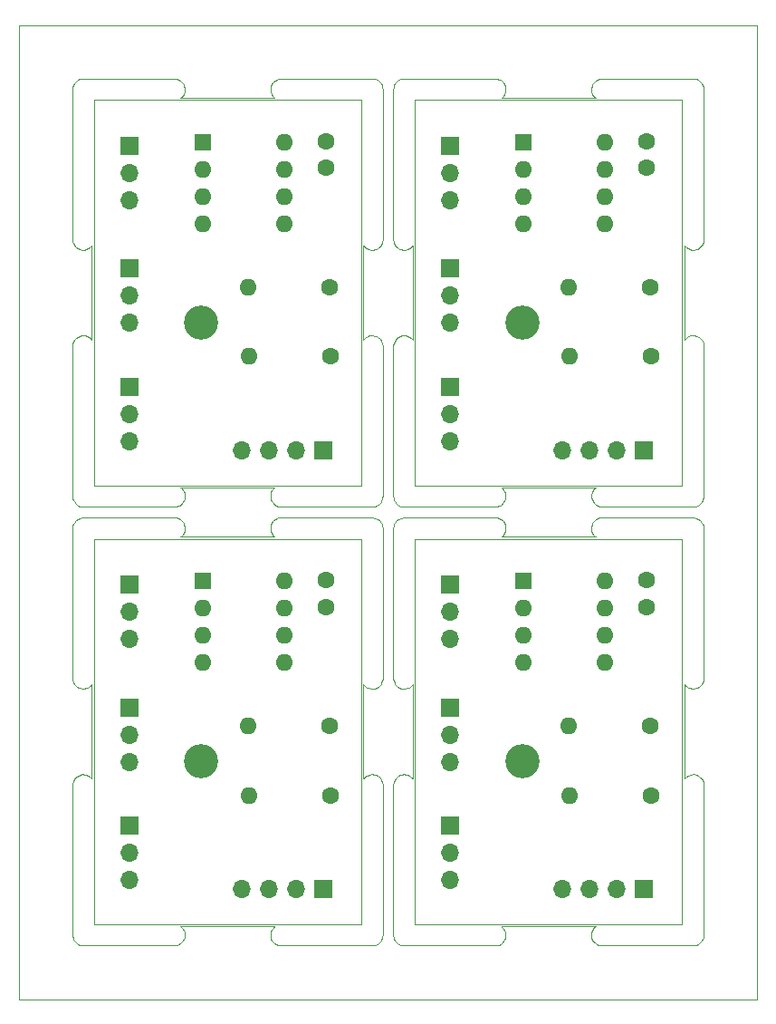
<source format=gbr>
%TF.GenerationSoftware,KiCad,Pcbnew,9.0.0*%
%TF.CreationDate,2025-03-16T20:58:48+01:00*%
%TF.ProjectId,eeprom_i2c_panel,65657072-6f6d-45f6-9932-635f70616e65,1.1*%
%TF.SameCoordinates,PX6cb8080PY1312d00*%
%TF.FileFunction,Soldermask,Bot*%
%TF.FilePolarity,Negative*%
%FSLAX46Y46*%
G04 Gerber Fmt 4.6, Leading zero omitted, Abs format (unit mm)*
G04 Created by KiCad (PCBNEW 9.0.0) date 2025-03-16 20:58:48*
%MOMM*%
%LPD*%
G01*
G04 APERTURE LIST*
%ADD10C,1.600000*%
%ADD11O,1.600000X1.600000*%
%ADD12R,1.600000X1.600000*%
%ADD13R,1.700000X1.700000*%
%ADD14O,1.700000X1.700000*%
%ADD15C,3.200000*%
%TA.AperFunction,Profile*%
%ADD16C,0.100000*%
%TD*%
G04 APERTURE END LIST*
D10*
%TO.C,R2*%
X29010000Y-65500000D03*
D11*
X21390000Y-65500000D03*
%TD*%
D10*
%TO.C,R1*%
X29120000Y-30950000D03*
D11*
X21500000Y-30950000D03*
%TD*%
D12*
%TO.C,U1*%
X17200000Y-51910000D03*
D11*
X17200000Y-54450000D03*
X17200000Y-56990000D03*
X17200000Y-59530000D03*
X24820000Y-59530000D03*
X24820000Y-56990000D03*
X24820000Y-54450000D03*
X24820000Y-51910000D03*
%TD*%
D13*
%TO.C,J3*%
X40300000Y-74770000D03*
D14*
X40300000Y-77310000D03*
X40300000Y-79850000D03*
%TD*%
D10*
%TO.C,R2*%
X29010000Y-24500000D03*
D11*
X21390000Y-24500000D03*
%TD*%
D10*
%TO.C,C1*%
X28700000Y-51850000D03*
X28700000Y-54350000D03*
%TD*%
D13*
%TO.C,J1*%
X40300000Y-11270000D03*
D14*
X40300000Y-13810000D03*
X40300000Y-16350000D03*
%TD*%
D13*
%TO.C,J4*%
X58440000Y-39750000D03*
D14*
X55900000Y-39750000D03*
X53360000Y-39750000D03*
X50820000Y-39750000D03*
%TD*%
D10*
%TO.C,R1*%
X59120000Y-30950000D03*
D11*
X51500000Y-30950000D03*
%TD*%
D15*
%TO.C,H1*%
X47050000Y-68800000D03*
%TD*%
D13*
%TO.C,J2*%
X40300000Y-63755000D03*
D14*
X40300000Y-66295000D03*
X40300000Y-68835000D03*
%TD*%
D13*
%TO.C,J2*%
X10300000Y-22755000D03*
D14*
X10300000Y-25295000D03*
X10300000Y-27835000D03*
%TD*%
D15*
%TO.C,H1*%
X17050000Y-27800000D03*
%TD*%
D10*
%TO.C,R2*%
X59010000Y-65500000D03*
D11*
X51390000Y-65500000D03*
%TD*%
D13*
%TO.C,J2*%
X40300000Y-22755000D03*
D14*
X40300000Y-25295000D03*
X40300000Y-27835000D03*
%TD*%
D10*
%TO.C,R1*%
X59120000Y-71950000D03*
D11*
X51500000Y-71950000D03*
%TD*%
D12*
%TO.C,U1*%
X17200000Y-10910000D03*
D11*
X17200000Y-13450000D03*
X17200000Y-15990000D03*
X17200000Y-18530000D03*
X24820000Y-18530000D03*
X24820000Y-15990000D03*
X24820000Y-13450000D03*
X24820000Y-10910000D03*
%TD*%
D10*
%TO.C,C1*%
X28700000Y-10850000D03*
X28700000Y-13350000D03*
%TD*%
D13*
%TO.C,J1*%
X40300000Y-52270000D03*
D14*
X40300000Y-54810000D03*
X40300000Y-57350000D03*
%TD*%
D13*
%TO.C,J4*%
X28440000Y-80750000D03*
D14*
X25900000Y-80750000D03*
X23360000Y-80750000D03*
X20820000Y-80750000D03*
%TD*%
D15*
%TO.C,H1*%
X47050000Y-27800000D03*
%TD*%
%TO.C,H1*%
X17050000Y-68800000D03*
%TD*%
D13*
%TO.C,J2*%
X10300000Y-63755000D03*
D14*
X10300000Y-66295000D03*
X10300000Y-68835000D03*
%TD*%
D12*
%TO.C,U1*%
X47200000Y-51910000D03*
D11*
X47200000Y-54450000D03*
X47200000Y-56990000D03*
X47200000Y-59530000D03*
X54820000Y-59530000D03*
X54820000Y-56990000D03*
X54820000Y-54450000D03*
X54820000Y-51910000D03*
%TD*%
D10*
%TO.C,R2*%
X59010000Y-24500000D03*
D11*
X51390000Y-24500000D03*
%TD*%
D13*
%TO.C,J4*%
X58440000Y-80750000D03*
D14*
X55900000Y-80750000D03*
X53360000Y-80750000D03*
X50820000Y-80750000D03*
%TD*%
D10*
%TO.C,R1*%
X29120000Y-71950000D03*
D11*
X21500000Y-71950000D03*
%TD*%
D10*
%TO.C,C1*%
X58700000Y-10850000D03*
X58700000Y-13350000D03*
%TD*%
D13*
%TO.C,J4*%
X28440000Y-39750000D03*
D14*
X25900000Y-39750000D03*
X23360000Y-39750000D03*
X20820000Y-39750000D03*
%TD*%
D13*
%TO.C,J3*%
X40300000Y-33770000D03*
D14*
X40300000Y-36310000D03*
X40300000Y-38850000D03*
%TD*%
D13*
%TO.C,J3*%
X10300000Y-74770000D03*
D14*
X10300000Y-77310000D03*
X10300000Y-79850000D03*
%TD*%
D12*
%TO.C,U1*%
X47200000Y-10910000D03*
D11*
X47200000Y-13450000D03*
X47200000Y-15990000D03*
X47200000Y-18530000D03*
X54820000Y-18530000D03*
X54820000Y-15990000D03*
X54820000Y-13450000D03*
X54820000Y-10910000D03*
%TD*%
D13*
%TO.C,J3*%
X10300000Y-33770000D03*
D14*
X10300000Y-36310000D03*
X10300000Y-38850000D03*
%TD*%
D10*
%TO.C,C1*%
X58700000Y-51850000D03*
X58700000Y-54350000D03*
%TD*%
D13*
%TO.C,J1*%
X10300000Y-52270000D03*
D14*
X10300000Y-54810000D03*
X10300000Y-57350000D03*
%TD*%
D13*
%TO.C,J1*%
X10300000Y-11270000D03*
D14*
X10300000Y-13810000D03*
X10300000Y-16350000D03*
%TD*%
D16*
X34000000Y-46999012D02*
X33998796Y-61050018D01*
X14883300Y-44923955D02*
X14743737Y-44970060D01*
X33970060Y-5756262D02*
X34000000Y-5999012D01*
X36147583Y-70010812D02*
X36337552Y-70058397D01*
X15171887Y-6741209D02*
X15092617Y-6800000D01*
X23726762Y-46365241D02*
X23828112Y-46258790D01*
X35000000Y-44000987D02*
X35001203Y-29949981D01*
X63803404Y-20596103D02*
X63707399Y-20707399D01*
X63514588Y-70142129D02*
X63707399Y-70292600D01*
X33989187Y-44147583D02*
X33956983Y-44290994D01*
X23501203Y-47050018D02*
X23510812Y-46852416D01*
X33707399Y-61707399D02*
X33596103Y-61803404D01*
X45489187Y-84852416D02*
X45500000Y-84999012D01*
X45404085Y-6428127D02*
X45303404Y-6596103D01*
X62226762Y-20634758D02*
X62200000Y-20594705D01*
X53696595Y-5403896D02*
X53828112Y-5258790D01*
X23617960Y-46528074D02*
X23726762Y-46365241D01*
X63904085Y-61428127D02*
X63803404Y-61596103D01*
X33707399Y-85707399D02*
X33514588Y-85857870D01*
X5949981Y-46001203D02*
X14550018Y-46001203D01*
X5365241Y-20773237D02*
X5258790Y-20671887D01*
X63970060Y-61243737D02*
X63904085Y-61428127D01*
X45404085Y-47428127D02*
X45303404Y-47596103D01*
X62000000Y-84000000D02*
X37000000Y-84000000D01*
X45404085Y-43571872D02*
X45456983Y-43709005D01*
X63882039Y-70528074D02*
X63970060Y-70756262D01*
X23510812Y-85147583D02*
X23500000Y-84999012D01*
X32365241Y-61773237D02*
X32226762Y-61634758D01*
X63050018Y-5001203D02*
X63290994Y-5043016D01*
X33428127Y-29095914D02*
X33556014Y-29168362D01*
X23696595Y-47596103D02*
X23595914Y-47428127D01*
X5709005Y-61956983D02*
X5571872Y-61904085D01*
X7000000Y-84000000D02*
X7000000Y-48000000D01*
X34000000Y-85000987D02*
X33989187Y-85147583D01*
X33831637Y-44556014D02*
X33671887Y-44741209D01*
X45489187Y-5852416D02*
X45498796Y-6050018D01*
X32571872Y-29095914D02*
X32804104Y-29019195D01*
X54352416Y-85989187D02*
X54162447Y-85941602D01*
X5485411Y-46142129D02*
X5709005Y-46043016D01*
X5709005Y-44956983D02*
X5485411Y-44857870D01*
X53501203Y-47050018D02*
X53510812Y-46852416D01*
X35901080Y-61995189D02*
X35756262Y-61970060D01*
X63098919Y-20995189D02*
X62901080Y-20995189D01*
X35571872Y-20904085D02*
X35403896Y-20803404D01*
X6800598Y-29400801D02*
X6800363Y-20594161D01*
X34000000Y-70999012D02*
X34000000Y-85000987D01*
X32528074Y-20882039D02*
X32365241Y-20773237D01*
X53595914Y-84571872D02*
X53668362Y-84443985D01*
X63803404Y-70403896D02*
X63882039Y-70528074D01*
X5076044Y-61383300D02*
X5019195Y-61195895D01*
X35949981Y-5001203D02*
X44550018Y-5001203D01*
X45500000Y-43999012D02*
X45489187Y-44147583D01*
X35076044Y-85383300D02*
X35029939Y-85243737D01*
X15489187Y-44147583D02*
X15456983Y-44290994D01*
X6000987Y-29000000D02*
X6147583Y-29010812D01*
X53558397Y-5662447D02*
X53617960Y-5528074D01*
X33904085Y-44428127D02*
X33831637Y-44556014D01*
X23558397Y-84662447D02*
X23642129Y-84485411D01*
X5001203Y-20050018D02*
X5000000Y-5999012D01*
X54449981Y-5001203D02*
X63050018Y-5001203D01*
X33556014Y-70168362D02*
X33741209Y-70328112D01*
X33514588Y-5142129D02*
X33707399Y-5292600D01*
X62528074Y-61882039D02*
X62365241Y-61773237D01*
X63050018Y-85998796D02*
X54499012Y-86000000D01*
X23558397Y-85337552D02*
X23510812Y-85147583D01*
X33428127Y-61904085D02*
X33243737Y-61970060D01*
X53696595Y-47596103D02*
X53595914Y-47428127D01*
X54256262Y-46029939D02*
X54449981Y-46001203D01*
X35076044Y-46616699D02*
X35142129Y-46485411D01*
X15092617Y-47800000D02*
X23907382Y-47800000D01*
X23642129Y-43485411D02*
X23758790Y-43328112D01*
X53828112Y-85741209D02*
X53696595Y-85596103D01*
X32709005Y-61956983D02*
X32528074Y-61882039D01*
X53943985Y-5168362D02*
X54116699Y-5076044D01*
X33970060Y-70756262D02*
X34000000Y-70999012D01*
X45404085Y-44428127D02*
X45331637Y-44556014D01*
X53529939Y-6243737D02*
X53501203Y-6050018D01*
X5756262Y-70029939D02*
X5949981Y-70001203D01*
X63803404Y-61596103D02*
X63707399Y-61707399D01*
X6337552Y-29058397D02*
X6514588Y-29142129D01*
X53510812Y-5852416D02*
X53558397Y-5662447D01*
X23500000Y-43999012D02*
X23510812Y-43852416D01*
X45171887Y-47741209D02*
X45092617Y-47800000D01*
X14790994Y-85956983D02*
X14647583Y-85989187D01*
X62365241Y-20773237D02*
X62226762Y-20634758D01*
X63050018Y-44998796D02*
X54449981Y-44998796D01*
X33707399Y-5292600D02*
X33857870Y-5485411D01*
X15456983Y-44290994D02*
X15404085Y-44428127D01*
X1245Y-270D02*
X481Y-90999345D01*
X33471925Y-44882039D02*
X33243737Y-44970060D01*
X45171887Y-6741209D02*
X45092617Y-6800000D01*
X35076044Y-20383300D02*
X35019195Y-20195895D01*
X481Y-90999345D02*
X68999345Y-90999518D01*
X63514588Y-85857870D02*
X63290994Y-85956983D01*
X15331637Y-44556014D02*
X15241209Y-44671887D01*
X32226762Y-20634758D02*
X32200000Y-20594705D01*
X5010812Y-85147583D02*
X5000000Y-85000987D01*
X37000000Y-43000000D02*
X37000000Y-7000000D01*
X14883300Y-5076044D02*
X15056014Y-5168362D01*
X33970060Y-46756262D02*
X34000000Y-46999012D01*
X15470060Y-85243737D02*
X15423955Y-85383300D01*
X35001203Y-70949981D02*
X35029939Y-70756262D01*
X44500987Y-45000000D02*
X35949981Y-44998796D01*
X44883300Y-44923955D02*
X44743737Y-44970060D01*
X5571872Y-61904085D02*
X5403896Y-61803404D01*
X33831637Y-61556014D02*
X33707399Y-61707399D01*
X63707399Y-20707399D02*
X63556014Y-20831637D01*
X36800363Y-20594161D02*
X36773237Y-20634758D01*
X15382039Y-46528074D02*
X15441602Y-46662447D01*
X5095914Y-85428127D02*
X5043016Y-85290994D01*
X23510812Y-84852416D02*
X23558397Y-84662447D01*
X53828112Y-5258790D02*
X53943985Y-5168362D01*
X5029939Y-44243737D02*
X5000000Y-44000987D01*
X32365241Y-29226762D02*
X32571872Y-29095914D01*
X63243737Y-44970060D02*
X63050018Y-44998796D01*
X33556014Y-29168362D02*
X33741209Y-29328112D01*
X23642129Y-44514588D02*
X23558397Y-44337552D01*
X63050018Y-70001203D02*
X63290994Y-70043016D01*
X64000000Y-85000987D02*
X63970060Y-85243737D01*
X32328112Y-70258790D02*
X32443985Y-70168362D01*
X14500987Y-45000000D02*
X5949981Y-44998796D01*
X45441602Y-46662447D02*
X45489187Y-46852416D01*
X15423955Y-85383300D02*
X15357870Y-85514588D01*
X6471925Y-61882039D02*
X6290994Y-61956983D01*
X45241209Y-84328112D02*
X45331637Y-84443985D01*
X5949981Y-85998796D02*
X5709005Y-85956983D01*
X5058397Y-70662447D02*
X5142129Y-70485411D01*
X15096758Y-84200000D02*
X15134758Y-84226762D01*
X63707399Y-61707399D02*
X63596103Y-61803404D01*
X36000987Y-70000000D02*
X36147583Y-70010812D01*
X5010812Y-70852416D02*
X5058397Y-70662447D01*
X5142129Y-46485411D02*
X5292600Y-46292600D01*
X5709005Y-85956983D02*
X5485411Y-85857870D01*
X6671887Y-29258790D02*
X6800598Y-29400801D01*
X35001203Y-61050018D02*
X35000000Y-46999012D01*
X23943985Y-5168362D02*
X24116699Y-5076044D01*
X6098919Y-20995189D02*
X5901080Y-20995189D01*
X45470060Y-6243737D02*
X45404085Y-6428127D01*
X23758790Y-44671887D02*
X23642129Y-44514588D01*
X5258790Y-61671887D02*
X5168362Y-61556014D01*
X62365241Y-61773237D02*
X62226762Y-61634758D01*
X6773237Y-61634758D02*
X6634758Y-61773237D01*
X6634758Y-20773237D02*
X6471925Y-20882039D01*
X35168362Y-61556014D02*
X35095914Y-61428127D01*
X44743737Y-85970060D02*
X44500987Y-86000000D01*
X32365241Y-20773237D02*
X32226762Y-20634758D01*
X24256262Y-5029939D02*
X24449981Y-5001203D01*
X37000000Y-84000000D02*
X37000000Y-48000000D01*
X32200000Y-61594705D02*
X32200000Y-70407308D01*
X45096758Y-43200000D02*
X45134758Y-43226762D01*
X35142129Y-46485411D02*
X35292600Y-46292600D01*
X5258790Y-20671887D02*
X5142129Y-20514588D01*
X36000987Y-29000000D02*
X36147583Y-29010812D01*
X33671887Y-44741209D02*
X33471925Y-44882039D01*
X63904085Y-20428127D02*
X63803404Y-20596103D01*
X63471925Y-44882039D02*
X63243737Y-44970060D01*
X45404085Y-85428127D02*
X45331637Y-85556014D01*
X5000000Y-70999012D02*
X5010812Y-70852416D01*
X36098919Y-20995189D02*
X35901080Y-20995189D01*
X53758790Y-43328112D02*
X53900140Y-43200000D01*
X24256262Y-46029939D02*
X24449981Y-46001203D01*
X63970060Y-70756262D02*
X64000000Y-70999012D01*
X45456983Y-84709005D02*
X45489187Y-84852416D01*
X53985411Y-85857870D02*
X53828112Y-85741209D01*
X63050018Y-46001203D02*
X63290994Y-46043016D01*
X23595914Y-6428127D02*
X23529939Y-6243737D01*
X15056014Y-46168362D02*
X15171887Y-46258790D01*
X24116699Y-46076044D02*
X24256262Y-46029939D01*
X5043016Y-85290994D02*
X5010812Y-85147583D01*
X63998796Y-20050018D02*
X63970060Y-20243737D01*
X45456983Y-85290994D02*
X45404085Y-85428127D01*
X45092617Y-6800000D02*
X53907382Y-6800000D01*
X24256262Y-44970060D02*
X24071872Y-44904085D01*
X54256262Y-44970060D02*
X54071872Y-44904085D01*
X5142129Y-44514588D02*
X5076044Y-44383300D01*
X35095914Y-70571872D02*
X35196595Y-70403896D01*
X45456983Y-43709005D02*
X45489187Y-43852416D01*
X63989187Y-44147583D02*
X63956983Y-44290994D01*
X33882039Y-29528074D02*
X33970060Y-29756262D01*
X36800363Y-61594161D02*
X36773237Y-61634758D01*
X53595914Y-47428127D02*
X53529939Y-47243737D01*
X5662447Y-29058397D02*
X5852416Y-29010812D01*
X5001203Y-29949981D02*
X5029939Y-29756262D01*
X33050018Y-44998796D02*
X24449981Y-44998796D01*
X35095914Y-29571872D02*
X35196595Y-29403896D01*
X53529939Y-47243737D02*
X53501203Y-47050018D01*
X35485411Y-29142129D02*
X35662447Y-29058397D01*
X5029939Y-20243737D02*
X5001203Y-20050018D01*
X33050018Y-5001203D02*
X33290994Y-5043016D01*
X5029939Y-46756262D02*
X5076044Y-46616699D01*
X23900140Y-43200000D02*
X15096758Y-43200000D01*
X6800363Y-20594161D02*
X6773237Y-20634758D01*
X63923955Y-5616699D02*
X63970060Y-5756262D01*
X33857870Y-46485411D02*
X33923955Y-46616699D01*
X64000000Y-5999012D02*
X63998796Y-20050018D01*
X5709005Y-46043016D02*
X5949981Y-46001203D01*
X33050018Y-29001203D02*
X33290994Y-29043016D01*
X15470060Y-47243737D02*
X15404085Y-47428127D01*
X24256262Y-85970060D02*
X24071872Y-85904085D01*
X33098919Y-20995189D02*
X32901080Y-20995189D01*
X63556014Y-20831637D02*
X63428127Y-20904085D01*
X36800598Y-70400801D02*
X36800363Y-61594161D01*
X63195895Y-29019195D02*
X63337552Y-29058397D01*
X15171887Y-46258790D02*
X15303404Y-46403896D01*
X63596103Y-61803404D02*
X63428127Y-61904085D01*
X45456983Y-44290994D02*
X45404085Y-44428127D01*
X5029939Y-5756262D02*
X5076044Y-5616699D01*
X23500000Y-84999012D02*
X23510812Y-84852416D01*
X15134758Y-84226762D02*
X15241209Y-84328112D01*
X24449981Y-5001203D02*
X33050018Y-5001203D01*
X62804104Y-29019195D02*
X63050018Y-29001203D01*
X15404085Y-84571872D02*
X15456983Y-84709005D01*
X33050018Y-46001203D02*
X33290994Y-46043016D01*
X53907382Y-47800000D02*
X53828112Y-47741209D01*
X23828112Y-5258790D02*
X23943985Y-5168362D01*
X35949981Y-44998796D02*
X35709005Y-44956983D01*
X32901080Y-61995189D02*
X32709005Y-61956983D01*
X15498796Y-6050018D02*
X15470060Y-6243737D01*
X35001203Y-29949981D02*
X35029939Y-29756262D01*
X35709005Y-46043016D02*
X35949981Y-46001203D01*
X45441602Y-5662447D02*
X45489187Y-5852416D01*
X44743737Y-5029939D02*
X44883300Y-5076044D01*
X15056014Y-5168362D02*
X15171887Y-5258790D01*
X45331637Y-84443985D02*
X45404085Y-84571872D01*
X45134758Y-85773237D02*
X45014588Y-85857870D01*
X5019195Y-61195895D02*
X5001203Y-61050018D01*
X62709005Y-61956983D02*
X62528074Y-61882039D01*
X14743737Y-44970060D02*
X14500987Y-45000000D01*
X45092617Y-47800000D02*
X53907382Y-47800000D01*
X33923955Y-20383300D02*
X33831637Y-20556014D01*
X15404085Y-47428127D02*
X15303404Y-47596103D01*
X15092617Y-6800000D02*
X23907382Y-6800000D01*
X33831637Y-85556014D02*
X33707399Y-85707399D01*
X35142129Y-85514588D02*
X35076044Y-85383300D01*
X32200000Y-70407308D02*
X32328112Y-70258790D01*
X6290994Y-20956983D02*
X6098919Y-20995189D01*
X15456983Y-84709005D02*
X15489187Y-84852416D01*
X7000000Y-43000000D02*
X7000000Y-7000000D01*
X53899950Y-84200000D02*
X45096758Y-84200000D01*
X32571872Y-70095914D02*
X32804104Y-70019195D01*
X62365241Y-29226762D02*
X62571872Y-29095914D01*
X5029939Y-29756262D02*
X5095914Y-29571872D01*
X35852416Y-70010812D02*
X36000987Y-70000000D01*
X33098919Y-61995189D02*
X32901080Y-61995189D01*
X15303404Y-47596103D02*
X15171887Y-47741209D01*
X63707399Y-70292600D02*
X63803404Y-70403896D01*
X44550018Y-5001203D02*
X44743737Y-5029939D01*
X15456983Y-43709005D02*
X15489187Y-43852416D01*
X32226762Y-61634758D02*
X32200000Y-61594705D01*
X53529939Y-85243737D02*
X53504810Y-85098919D01*
X45498796Y-6050018D02*
X45470060Y-6243737D01*
X35328112Y-29258790D02*
X35485411Y-29142129D01*
X35029939Y-29756262D02*
X35095914Y-29571872D01*
X44883300Y-85923955D02*
X44743737Y-85970060D01*
X35019195Y-20195895D02*
X35001203Y-20050018D01*
X15171887Y-85741209D02*
X15056014Y-85831637D01*
X6471925Y-20882039D02*
X6290994Y-20956983D01*
X7000000Y-48000000D02*
X32000000Y-48000000D01*
X45273237Y-46365241D02*
X45382039Y-46528074D01*
X23903896Y-44803404D02*
X23758790Y-44671887D01*
X6800599Y-70406191D02*
X6800363Y-61594161D01*
X23642129Y-85514588D02*
X23558397Y-85337552D01*
X23510812Y-43852416D02*
X23558397Y-43662447D01*
X63428127Y-20904085D02*
X63290994Y-20956983D01*
X23510812Y-46852416D02*
X23543016Y-46709005D01*
X36290994Y-20956983D02*
X36098919Y-20995189D01*
X63514588Y-5142129D02*
X63707399Y-5292600D01*
X44883300Y-46076044D02*
X45014588Y-46142129D01*
X64000000Y-46999012D02*
X63998796Y-61050018D01*
X33831637Y-20556014D02*
X33741209Y-20671887D01*
X54116699Y-46076044D02*
X54256262Y-46029939D01*
X45134758Y-84226762D02*
X45241209Y-84328112D01*
X5709005Y-20956983D02*
X5528074Y-20882039D01*
X33514588Y-85857870D02*
X33290994Y-85956983D01*
X32000000Y-7000000D02*
X32000000Y-43000000D01*
X15241209Y-84328112D02*
X15331637Y-84443985D01*
X35292600Y-61707399D02*
X35168362Y-61556014D01*
X33741209Y-70328112D02*
X33882039Y-70528074D01*
X63514588Y-46142129D02*
X63707399Y-46292600D01*
X45014588Y-46142129D02*
X45171887Y-46258790D01*
X35485411Y-70142129D02*
X35662447Y-70058397D01*
X5292600Y-5292600D02*
X5485411Y-5142129D01*
X35168362Y-20556014D02*
X35076044Y-20383300D01*
X63956983Y-44290994D02*
X63904085Y-44428127D01*
X6634758Y-70226762D02*
X6773237Y-70365241D01*
X33195895Y-70019195D02*
X33337552Y-70058397D01*
X5142129Y-70485411D02*
X5258790Y-70328112D01*
X45382039Y-46528074D02*
X45441602Y-46662447D01*
X35709005Y-44956983D02*
X35485411Y-44857870D01*
X5000000Y-44000987D02*
X5001203Y-29949981D01*
X45096758Y-84200000D02*
X45134758Y-84226762D01*
X33998796Y-20050018D02*
X33980804Y-20195895D01*
X15498796Y-47050018D02*
X15470060Y-47243737D01*
X44550018Y-46001203D02*
X44743737Y-46029939D01*
X14500987Y-86000000D02*
X5949981Y-85998796D01*
X15357870Y-85514588D02*
X15273237Y-85634758D01*
X5485411Y-44857870D02*
X5292600Y-44707399D01*
X34000000Y-29999012D02*
X34000000Y-44000987D01*
X68999518Y-654D02*
X1245Y-270D01*
X35901080Y-20995189D02*
X35709005Y-20956983D01*
X33290994Y-20956983D02*
X33098919Y-20995189D01*
X62000000Y-43000000D02*
X37000000Y-43000000D01*
X35709005Y-20956983D02*
X35571872Y-20904085D01*
X15404085Y-43571872D02*
X15456983Y-43709005D01*
X62571872Y-70095914D02*
X62804104Y-70019195D01*
X5949981Y-70001203D02*
X6098919Y-70004810D01*
X45331637Y-43443985D02*
X45404085Y-43571872D01*
X35852416Y-29010812D02*
X36000987Y-29000000D01*
X68999345Y-90999518D02*
X68999518Y-654D01*
X35292600Y-5292600D02*
X35485411Y-5142129D01*
X62528074Y-20882039D02*
X62365241Y-20773237D01*
X15441602Y-5662447D02*
X15489187Y-5852416D01*
X6290994Y-61956983D02*
X6098919Y-61995189D01*
X35292600Y-85707399D02*
X35142129Y-85514588D01*
X34000000Y-44000987D02*
X33989187Y-44147583D01*
X63290994Y-61956983D02*
X63098919Y-61995189D01*
X62000000Y-48000000D02*
X62000000Y-84000000D01*
X35029939Y-44243737D02*
X35000000Y-44000987D01*
X6800363Y-61594161D02*
X6773237Y-61634758D01*
X23617960Y-5528074D02*
X23726762Y-5365241D01*
X45171887Y-46258790D02*
X45273237Y-46365241D01*
X63337552Y-29058397D02*
X63556014Y-29168362D01*
X5403896Y-70196595D02*
X5571872Y-70095914D01*
X35485411Y-5142129D02*
X35709005Y-5043016D01*
X23543016Y-46709005D02*
X23617960Y-46528074D01*
X64000000Y-44000987D02*
X63989187Y-44147583D01*
X45489187Y-43852416D02*
X45500000Y-43999012D01*
X35095914Y-61428127D02*
X35029939Y-61243737D01*
X33707399Y-46292600D02*
X33857870Y-46485411D01*
X6098919Y-61995189D02*
X5901080Y-61995189D01*
X53504810Y-85098919D02*
X53501203Y-84949981D01*
X63970060Y-46756262D02*
X64000000Y-46999012D01*
X33956983Y-44290994D02*
X33904085Y-44428127D01*
X33596103Y-61803404D02*
X33428127Y-61904085D01*
X33998796Y-61050018D02*
X33970060Y-61243737D01*
X23903896Y-85803404D02*
X23758790Y-85671887D01*
X5852416Y-29010812D02*
X6000987Y-29000000D01*
X45382039Y-5528074D02*
X45441602Y-5662447D01*
X5142129Y-20514588D02*
X5076044Y-20383300D01*
X35292600Y-44707399D02*
X35142129Y-44514588D01*
X5709005Y-5043016D02*
X5949981Y-5001203D01*
X36514588Y-29142129D02*
X36671887Y-29258790D01*
X33989187Y-85147583D02*
X33956983Y-85290994D01*
X36671887Y-29258790D02*
X36800598Y-29400801D01*
X53501203Y-6050018D02*
X53510812Y-5852416D01*
X35662447Y-70058397D02*
X35852416Y-70010812D01*
X5076044Y-46616699D02*
X5142129Y-46485411D01*
X45241209Y-44671887D02*
X45134758Y-44773237D01*
X63857870Y-5485411D02*
X63923955Y-5616699D01*
X5901080Y-61995189D02*
X5709005Y-61956983D01*
X35076044Y-5616699D02*
X35142129Y-5485411D01*
X53668362Y-84443985D02*
X53792600Y-84292600D01*
X36773237Y-61634758D02*
X36634758Y-61773237D01*
X34000000Y-5999012D02*
X33998796Y-20050018D01*
X32258790Y-29328112D02*
X32365241Y-29226762D01*
X63290994Y-20956983D02*
X63098919Y-20995189D01*
X5901080Y-20995189D02*
X5709005Y-20956983D01*
X63923955Y-85383300D02*
X63857870Y-85514588D01*
X23943985Y-46168362D02*
X24116699Y-46076044D01*
X5000000Y-5999012D02*
X5029939Y-5756262D01*
X6290994Y-70043016D02*
X6471925Y-70117960D01*
X15014588Y-44857870D02*
X14883300Y-44923955D01*
X35403896Y-61803404D02*
X35292600Y-61707399D01*
X5001203Y-61050018D02*
X5000000Y-46999012D01*
X44743737Y-46029939D02*
X44883300Y-46076044D01*
X36800598Y-29400801D02*
X36800363Y-20594161D01*
X62901080Y-20995189D02*
X62709005Y-20956983D01*
X45303404Y-47596103D02*
X45171887Y-47741209D01*
X45014588Y-85857870D02*
X44883300Y-85923955D01*
X63707399Y-46292600D02*
X63857870Y-46485411D01*
X45500000Y-84999012D02*
X45489187Y-85147583D01*
X23758790Y-85671887D02*
X23642129Y-85514588D01*
X6773237Y-70365241D02*
X6800599Y-70406191D01*
X33741209Y-20671887D02*
X33596103Y-20803404D01*
X15303404Y-6596103D02*
X15171887Y-6741209D01*
X35258790Y-20671887D02*
X35168362Y-20556014D01*
X33243737Y-44970060D02*
X33050018Y-44998796D01*
X15489187Y-84852416D02*
X15495189Y-85098919D01*
X62200000Y-29400321D02*
X62365241Y-29226762D01*
X32443985Y-70168362D02*
X32571872Y-70095914D01*
X24071872Y-44904085D02*
X23903896Y-44803404D01*
X15489187Y-5852416D02*
X15498796Y-6050018D01*
X23828112Y-6741209D02*
X23696595Y-6596103D01*
X23529939Y-47243737D02*
X23501203Y-47050018D01*
X33243737Y-61970060D02*
X33098919Y-61995189D01*
X15303404Y-46403896D02*
X15382039Y-46528074D01*
X14928127Y-85904085D02*
X14790994Y-85956983D01*
X35485411Y-44857870D02*
X35292600Y-44707399D01*
X15331637Y-84443985D02*
X15404085Y-84571872D01*
X5328112Y-85741209D02*
X5168362Y-85556014D01*
X14883300Y-46076044D02*
X15056014Y-46168362D01*
X45331637Y-85556014D02*
X45241209Y-85671887D01*
X24116699Y-5076044D02*
X24256262Y-5029939D01*
X5292600Y-46292600D02*
X5485411Y-46142129D01*
X33904085Y-85428127D02*
X33831637Y-85556014D01*
X63707399Y-5292600D02*
X63857870Y-5485411D01*
X7000000Y-7000000D02*
X32000000Y-7000000D01*
X35000000Y-5999012D02*
X35029939Y-5756262D01*
X35029939Y-61243737D02*
X35001203Y-61050018D01*
X63857870Y-46485411D02*
X63923955Y-46616699D01*
X33596103Y-20803404D02*
X33428127Y-20904085D01*
X35029939Y-46756262D02*
X35076044Y-46616699D01*
X53828112Y-6741209D02*
X53696595Y-6596103D01*
X14550018Y-5001203D02*
X14695895Y-5019195D01*
X33741209Y-29328112D02*
X33882039Y-29528074D01*
X24449981Y-85998796D02*
X24256262Y-85970060D01*
X32528074Y-61882039D02*
X32365241Y-61773237D01*
X53696595Y-6596103D02*
X53595914Y-6428127D01*
X53558397Y-46662447D02*
X53617960Y-46528074D01*
X5076044Y-5616699D02*
X5142129Y-5485411D01*
X53510812Y-43852416D02*
X53558397Y-43662447D01*
X63882039Y-29528074D02*
X63970060Y-29756262D01*
X63556014Y-29168362D02*
X63741209Y-29328112D01*
X53595914Y-85428127D02*
X53529939Y-85243737D01*
X6098919Y-70004810D02*
X6290994Y-70043016D01*
X53500000Y-43999012D02*
X53510812Y-43852416D01*
X35571872Y-61904085D02*
X35403896Y-61803404D01*
X53696595Y-85596103D02*
X53595914Y-85428127D01*
X36147583Y-29010812D02*
X36337552Y-29058397D01*
X5485411Y-85857870D02*
X5328112Y-85741209D01*
X23558397Y-43662447D02*
X23642129Y-43485411D01*
X62200000Y-61594705D02*
X62200000Y-70400321D01*
X54162447Y-85941602D02*
X53985411Y-85857870D01*
X15171887Y-47741209D02*
X15092617Y-47800000D01*
X5000000Y-46999012D02*
X5029939Y-46756262D01*
X24071872Y-85904085D02*
X23903896Y-85803404D01*
X33290994Y-29043016D02*
X33428127Y-29095914D01*
X64000000Y-29999012D02*
X64000000Y-44000987D01*
X54116699Y-5076044D02*
X54304104Y-5019195D01*
X63050018Y-29001203D02*
X63195895Y-29019195D01*
X63290994Y-46043016D02*
X63514588Y-46142129D01*
X53828112Y-47741209D02*
X53696595Y-47596103D01*
X63970060Y-5756262D02*
X64000000Y-5999012D01*
X23907382Y-47800000D02*
X23828112Y-47741209D01*
X15500000Y-43999012D02*
X15489187Y-44147583D01*
X15441602Y-46662447D02*
X15489187Y-46852416D01*
X37000000Y-7000000D02*
X62000000Y-7000000D01*
X53510812Y-44147583D02*
X53500000Y-43999012D01*
X33337552Y-70058397D02*
X33556014Y-70168362D01*
X5076044Y-44383300D02*
X5029939Y-44243737D01*
X33970060Y-61243737D02*
X33904085Y-61428127D01*
X6634758Y-61773237D02*
X6471925Y-61882039D01*
X63098919Y-61995189D02*
X62901080Y-61995189D01*
X32000000Y-43000000D02*
X7000000Y-43000000D01*
X35709005Y-85956983D02*
X35485411Y-85857870D01*
X53529939Y-84756262D02*
X53595914Y-84571872D01*
X23595914Y-47428127D02*
X23529939Y-47243737D01*
X5168362Y-61556014D02*
X5076044Y-61383300D01*
X45134758Y-43226762D02*
X45241209Y-43328112D01*
X5485411Y-29142129D02*
X5662447Y-29058397D01*
X35000000Y-46999012D02*
X35029939Y-46756262D01*
X45241209Y-85671887D02*
X45134758Y-85773237D01*
X45331637Y-44556014D02*
X45241209Y-44671887D01*
X53595914Y-6428127D02*
X53529939Y-6243737D01*
X33050018Y-85998796D02*
X24449981Y-85998796D01*
X63428127Y-61904085D02*
X63290994Y-61956983D01*
X5949981Y-5001203D02*
X14550018Y-5001203D01*
X45171887Y-5258790D02*
X45273237Y-5365241D01*
X5142129Y-5485411D02*
X5292600Y-5292600D01*
X15331637Y-43443985D02*
X15404085Y-43571872D01*
X63290994Y-85956983D02*
X63050018Y-85998796D01*
X35485411Y-46142129D02*
X35709005Y-46043016D01*
X14550018Y-46001203D02*
X14743737Y-46029939D01*
X15241209Y-44671887D02*
X15134758Y-44773237D01*
X36634758Y-61773237D02*
X36471925Y-61882039D01*
X35403896Y-20803404D02*
X35258790Y-20671887D01*
X23558397Y-44337552D02*
X23510812Y-44147583D01*
X5292600Y-44707399D02*
X5142129Y-44514588D01*
X63970060Y-85243737D02*
X63923955Y-85383300D01*
X15470060Y-6243737D02*
X15404085Y-6428127D01*
X63998796Y-61050018D02*
X63970060Y-61243737D01*
X23501203Y-6050018D02*
X23510812Y-5852416D01*
X23907382Y-6800000D02*
X23828112Y-6741209D01*
X35709005Y-5043016D02*
X35949981Y-5001203D01*
X15489187Y-43852416D02*
X15500000Y-43999012D01*
X33923955Y-46616699D02*
X33970060Y-46756262D01*
X36337552Y-70058397D02*
X36514588Y-70142129D01*
X15134758Y-44773237D02*
X15014588Y-44857870D01*
X45489187Y-46852416D02*
X45498796Y-47050018D01*
X5328112Y-29258790D02*
X5485411Y-29142129D01*
X35662447Y-29058397D02*
X35852416Y-29010812D01*
X33290994Y-46043016D02*
X33514588Y-46142129D01*
X32000000Y-48000000D02*
X32000000Y-84000000D01*
X23900140Y-84200000D02*
X15096758Y-84200000D01*
X63290994Y-5043016D02*
X63514588Y-5142129D01*
X5076044Y-20383300D02*
X5029939Y-20243737D01*
X45303404Y-6596103D02*
X45171887Y-6741209D01*
X53696595Y-46403896D02*
X53828112Y-46258790D01*
X36634758Y-20773237D02*
X36471925Y-20882039D01*
X5258790Y-70328112D02*
X5403896Y-70196595D01*
X53828112Y-46258790D02*
X53943985Y-46168362D01*
X32901080Y-20995189D02*
X32709005Y-20956983D01*
X23642129Y-84485411D02*
X23758790Y-84328112D01*
X35076044Y-44383300D02*
X35029939Y-44243737D01*
X15489187Y-46852416D02*
X15498796Y-47050018D01*
X23726762Y-5365241D02*
X23828112Y-5258790D01*
X15273237Y-85634758D02*
X15171887Y-85741209D01*
X36337552Y-29058397D02*
X36514588Y-29142129D01*
X62804104Y-70019195D02*
X63050018Y-70001203D01*
X44743737Y-44970060D02*
X44500987Y-45000000D01*
X35756262Y-61970060D02*
X35571872Y-61904085D01*
X53642129Y-44514588D02*
X53558397Y-44337552D01*
X36671887Y-70258790D02*
X36800598Y-70400801D01*
X62709005Y-20956983D02*
X62528074Y-20882039D01*
X53558397Y-44337552D02*
X53510812Y-44147583D01*
X15404085Y-6428127D02*
X15303404Y-6596103D01*
X45014588Y-5142129D02*
X45171887Y-5258790D01*
X33904085Y-61428127D02*
X33831637Y-61556014D01*
X63970060Y-29756262D02*
X64000000Y-29999012D01*
X15273237Y-5365241D02*
X15382039Y-5528074D01*
X45273237Y-5365241D02*
X45382039Y-5528074D01*
X62200000Y-70400321D02*
X62365241Y-70226762D01*
X35029939Y-5756262D02*
X35076044Y-5616699D01*
X23758790Y-84328112D02*
X23900140Y-84200000D01*
X53617960Y-5528074D02*
X53696595Y-5403896D01*
X54499012Y-86000000D02*
X54352416Y-85989187D01*
X62901080Y-61995189D02*
X62709005Y-61956983D01*
X35001203Y-20050018D02*
X35000000Y-5999012D01*
X23828112Y-46258790D02*
X23943985Y-46168362D01*
X23543016Y-5709005D02*
X23617960Y-5528074D01*
X53907382Y-6800000D02*
X53828112Y-6741209D01*
X33290994Y-5043016D02*
X33514588Y-5142129D01*
X36290994Y-61956983D02*
X36098919Y-61995189D01*
X32804104Y-29019195D02*
X33050018Y-29001203D01*
X35949981Y-85998796D02*
X35709005Y-85956983D01*
X36514588Y-70142129D02*
X36671887Y-70258790D01*
X54449981Y-46001203D02*
X63050018Y-46001203D01*
X23529939Y-6243737D02*
X23501203Y-6050018D01*
X15096758Y-43200000D02*
X15134758Y-43226762D01*
X23696595Y-6596103D02*
X23595914Y-6428127D01*
X15241209Y-43328112D02*
X15331637Y-43443985D01*
X5949981Y-44998796D02*
X5709005Y-44956983D01*
X53501203Y-84949981D02*
X53529939Y-84756262D01*
X36471925Y-20882039D02*
X36290994Y-20956983D01*
X53943985Y-46168362D02*
X54116699Y-46076044D01*
X45489187Y-85147583D02*
X45456983Y-85290994D01*
X32000000Y-84000000D02*
X7000000Y-84000000D01*
X37000000Y-48000000D02*
X62000000Y-48000000D01*
X14647583Y-85989187D02*
X14500987Y-86000000D01*
X53617960Y-46528074D02*
X53696595Y-46403896D01*
X62365241Y-70226762D02*
X62571872Y-70095914D01*
X35000000Y-85000987D02*
X35001203Y-70949981D01*
X33923955Y-5616699D02*
X33970060Y-5756262D01*
X33857870Y-5485411D02*
X33923955Y-5616699D01*
X35292600Y-46292600D02*
X35485411Y-46142129D01*
X6147583Y-29010812D02*
X6337552Y-29058397D01*
X35029939Y-85243737D02*
X35000000Y-85000987D01*
X63290994Y-70043016D02*
X63514588Y-70142129D01*
X14743737Y-46029939D02*
X14883300Y-46076044D01*
X45498796Y-47050018D02*
X45470060Y-47243737D01*
X14695895Y-5019195D02*
X14883300Y-5076044D01*
X62226762Y-61634758D02*
X62200000Y-61594705D01*
X5528074Y-20882039D02*
X5365241Y-20773237D01*
X63831637Y-44556014D02*
X63671887Y-44741209D01*
X5095914Y-29571872D02*
X5196595Y-29403896D01*
X35328112Y-70258790D02*
X35485411Y-70142129D01*
X45489187Y-44147583D02*
X45456983Y-44290994D01*
X45470060Y-47243737D02*
X45404085Y-47428127D01*
X63741209Y-29328112D02*
X63882039Y-29528074D01*
X45241209Y-43328112D02*
X45331637Y-43443985D01*
X63904085Y-44428127D02*
X63831637Y-44556014D01*
X23758790Y-43328112D02*
X23900140Y-43200000D01*
X24449981Y-44998796D02*
X24256262Y-44970060D01*
X53758790Y-44671887D02*
X53642129Y-44514588D01*
X15134758Y-43226762D02*
X15241209Y-43328112D01*
X35029939Y-70756262D02*
X35095914Y-70571872D01*
X5168362Y-85556014D02*
X5095914Y-85428127D01*
X5485411Y-5142129D02*
X5709005Y-5043016D01*
X23510812Y-5852416D02*
X23543016Y-5709005D01*
X63707399Y-85707399D02*
X63514588Y-85857870D01*
X45014588Y-44857870D02*
X44883300Y-44923955D01*
X33290994Y-85956983D02*
X33050018Y-85998796D01*
X35142129Y-5485411D02*
X35292600Y-5292600D01*
X44883300Y-5076044D02*
X45014588Y-5142129D01*
X54304104Y-5019195D02*
X54449981Y-5001203D01*
X53903896Y-44803404D02*
X53758790Y-44671887D01*
X24449981Y-46001203D02*
X33050018Y-46001203D01*
X36471925Y-61882039D02*
X36290994Y-61956983D01*
X23828112Y-47741209D02*
X23696595Y-47596103D01*
X33514588Y-46142129D02*
X33707399Y-46292600D01*
X35949981Y-46001203D02*
X44550018Y-46001203D01*
X53510812Y-46852416D02*
X53558397Y-46662447D01*
X63923955Y-46616699D02*
X63970060Y-46756262D01*
X15382039Y-5528074D02*
X15441602Y-5662447D01*
X6514588Y-29142129D02*
X6671887Y-29258790D01*
X35196595Y-29403896D02*
X35328112Y-29258790D01*
X54071872Y-44904085D02*
X53903896Y-44803404D01*
X33882039Y-70528074D02*
X33970060Y-70756262D01*
X33428127Y-20904085D02*
X33290994Y-20956983D01*
X45134758Y-44773237D02*
X45014588Y-44857870D01*
X63671887Y-44741209D02*
X63471925Y-44882039D01*
X62571872Y-29095914D02*
X62804104Y-29019195D01*
X64000000Y-70999012D02*
X64000000Y-85000987D01*
X15404085Y-44428127D02*
X15331637Y-44556014D01*
X15171887Y-5258790D02*
X15273237Y-5365241D01*
X35485411Y-85857870D02*
X35292600Y-85707399D01*
X33956983Y-85290994D02*
X33904085Y-85428127D01*
X15056014Y-85831637D02*
X14928127Y-85904085D01*
X5571872Y-70095914D02*
X5756262Y-70029939D01*
X32709005Y-20956983D02*
X32528074Y-20882039D01*
X23510812Y-44147583D02*
X23500000Y-43999012D01*
X32200000Y-29403445D02*
X32258790Y-29328112D01*
X62000000Y-7000000D02*
X62000000Y-43000000D01*
X32200000Y-20594705D02*
X32200000Y-29403445D01*
X54449981Y-44998796D02*
X54256262Y-44970060D01*
X53642129Y-43485411D02*
X53758790Y-43328112D01*
X36773237Y-20634758D02*
X36634758Y-20773237D01*
X53900140Y-43200000D02*
X45096758Y-43200000D01*
X63970060Y-20243737D02*
X63904085Y-20428127D01*
X53792600Y-84292600D02*
X53899950Y-84200000D01*
X36098919Y-61995189D02*
X35901080Y-61995189D01*
X53558397Y-43662447D02*
X53642129Y-43485411D01*
X62200000Y-20594705D02*
X62200000Y-29400321D01*
X33970060Y-29756262D02*
X34000000Y-29999012D01*
X5000000Y-85000987D02*
X5000000Y-70999012D01*
X5403896Y-61803404D02*
X5258790Y-61671887D01*
X44500987Y-86000000D02*
X35949981Y-85998796D01*
X32804104Y-70019195D02*
X33050018Y-70001203D01*
X15495189Y-85098919D02*
X15470060Y-85243737D01*
X33050018Y-70001203D02*
X33195895Y-70019195D01*
X6773237Y-20634758D02*
X6634758Y-20773237D01*
X5196595Y-29403896D02*
X5328112Y-29258790D01*
X45404085Y-84571872D02*
X45456983Y-84709005D01*
X33980804Y-20195895D02*
X33923955Y-20383300D01*
X63857870Y-85514588D02*
X63707399Y-85707399D01*
X6471925Y-70117960D02*
X6634758Y-70226762D01*
X35196595Y-70403896D02*
X35328112Y-70258790D01*
X35142129Y-44514588D02*
X35076044Y-44383300D01*
M02*

</source>
